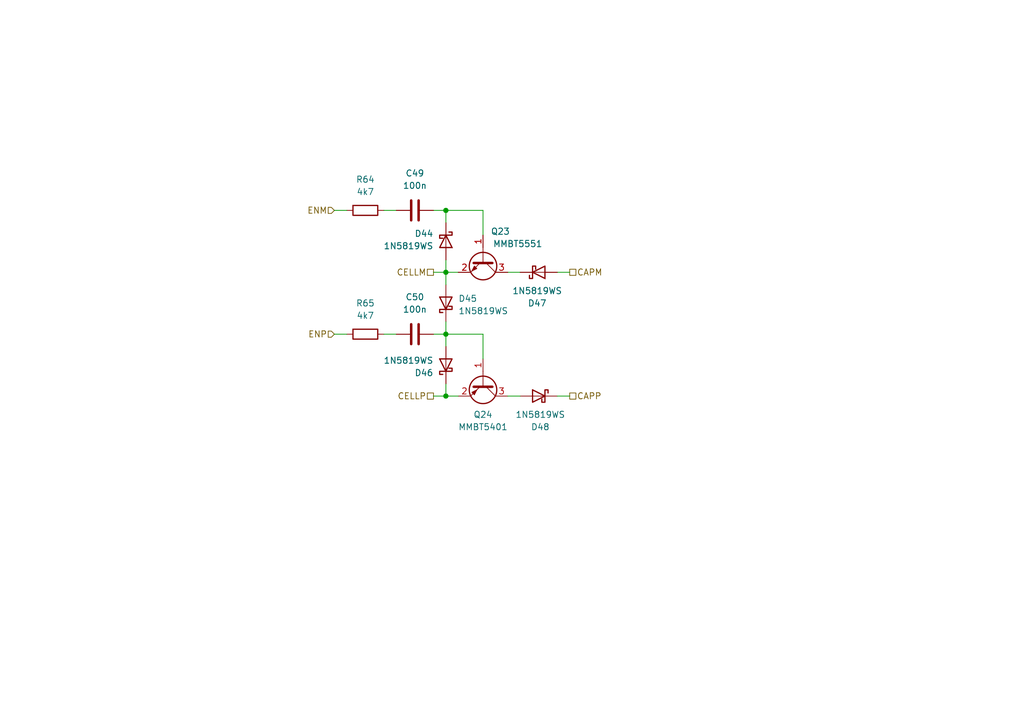
<source format=kicad_sch>
(kicad_sch (version 20250114) (generator "eeschema") (generator_version "9.0")
  (paper "A5")
  (lib_symbols
    (symbol "Device:C" (pin_numbers (hide yes)) (pin_names (offset 0.254))
      (property "Reference" "C" (at 0.635 2.54 0))
      (property "Value" "C" (at 0.635 -2.54 0))
      (symbol "C_0_1"
        (polyline (pts (xy -2.032 0.762) (xy 2.032 0.762)) (stroke (width 0.508)))
        (polyline (pts (xy -2.032 -0.762) (xy 2.032 -0.762)) (stroke (width 0.508)))
      )
      (symbol "C_1_1"
        (pin passive line (at 0 3.81 270) (length 2.794) (name "~") (number "1"))
        (pin passive line (at 0 -3.81 90) (length 2.794) (name "~") (number "2"))
      )
    )
    (symbol "Device:R" (pin_numbers (hide yes)) (pin_names (offset 0))
      (property "Reference" "R" (at 2.032 0 90))
      (property "Value" "R" (at 0 0 90))
      (symbol "R_0_1"
        (rectangle (start -1.016 -2.54) (end 1.016 2.54) (stroke (width 0.254)))
      )
      (symbol "R_1_1"
        (pin passive line (at 0 3.81 270) (length 1.27) (name "~") (number "1"))
        (pin passive line (at 0 -3.81 90) (length 1.27) (name "~") (number "2"))
      )
    )
    (symbol "Diode:1N5819WS" (pin_numbers (hide yes)) (pin_names (offset 1.016) (hide yes))
      (property "Reference" "D" (at 0 2.54 0))
      (property "Value" "1N5819WS" (at 0 -2.54 0))
      (symbol "1N5819WS_0_1"
        (polyline (pts (xy -1.905 0.635) (xy -1.905 1.27) (xy -1.27 1.27) (xy -1.27 -1.27) (xy -0.635 -1.27) (xy -0.635 -0.635)) (stroke (width 0.254)))
        (polyline (pts (xy 1.27 1.27) (xy 1.27 -1.27) (xy -1.27 0) (xy 1.27 1.27)) (stroke (width 0.254)))
        (polyline (pts (xy 1.27 0) (xy -1.27 0)))
      )
      (symbol "1N5819WS_1_1"
        (pin passive line (at -3.81 0 0) (length 2.54) (name "K") (number "1"))
        (pin passive line (at 3.81 0 180) (length 2.54) (name "A") (number "2"))
      )
    )
    (symbol "Transistor_BJT:Q_NPN_BEC" (pin_names (offset 0) (hide yes))
      (property "Reference" "Q" (at 5.08 1.27 0))
      (property "Value" "Q_NPN_BEC" (at 5.08 -1.27 0))
      (symbol "Q_NPN_BEC_0_1"
        (polyline (pts (xy -2.54 0) (xy 0.635 0)))
        (polyline (pts (xy 0.635 1.905) (xy 0.635 -1.905)) (stroke (width 0.508)))
        (circle (center 1.27 0) (radius 2.8194) (stroke (width 0.254)))
      )
      (symbol "Q_NPN_BEC_1_1"
        (polyline (pts (xy 0.635 0.635) (xy 2.54 2.54)))
        (polyline (pts (xy 0.635 -0.635) (xy 2.54 -2.54)))
        (polyline (pts (xy 1.27 -1.778) (xy 1.778 -1.27) (xy 2.286 -2.286) (xy 1.27 -1.778)) (fill (type outline)))
        (pin input line (at -5.08 0 0) (length 2.54) (name "B") (number "1"))
        (pin passive line (at 2.54 5.08 270) (length 2.54) (name "C") (number "3"))
        (pin passive line (at 2.54 -5.08 90) (length 2.54) (name "E") (number "2"))
      )
    )
    (symbol "Transistor_BJT:Q_PNP_BEC" (pin_names (offset 0) (hide yes))
      (property "Reference" "Q" (at 5.08 1.27 0))
      (property "Value" "Q_PNP_BEC" (at 5.08 -1.27 0))
      (symbol "Q_PNP_BEC_0_1"
        (polyline (pts (xy -2.54 0) (xy 0.635 0)))
        (polyline (pts (xy 0.635 1.905) (xy 0.635 -1.905)) (stroke (width 0.508)))
        (polyline (pts (xy 0.635 0.635) (xy 2.54 2.54)))
        (polyline (pts (xy 0.635 -0.635) (xy 2.54 -2.54)))
        (circle (center 1.27 0) (radius 2.8194) (stroke (width 0.254)))
        (polyline (pts (xy 2.286 -1.778) (xy 1.778 -2.286) (xy 1.27 -1.27) (xy 2.286 -1.778)) (fill (type outline)))
      )
      (symbol "Q_PNP_BEC_1_1"
        (pin input line (at -5.08 0 0) (length 2.54) (name "B") (number "1"))
        (pin passive line (at 2.54 5.08 270) (length 2.54) (name "C") (number "3"))
        (pin passive line (at 2.54 -5.08 90) (length 2.54) (name "E") (number "2"))
      )
    )
  )
  (junction (at 91.44 68.58))
  (junction (at 91.44 81.28))
  (junction (at 91.44 55.88))
  (junction (at 91.44 43.18))
  (wire (pts (xy 93.98 55.88) (xy 91.44 55.88)))
  (wire (pts (xy 91.44 55.88) (xy 91.44 53.34)))
  (wire (pts (xy 114.3 81.28) (xy 116.84 81.28)))
  (wire (pts (xy 91.44 43.18) (xy 99.06 43.18)))
  (wire (pts (xy 78.74 68.58) (xy 81.28 68.58)))
  (wire (pts (xy 104.14 55.88) (xy 106.68 55.88)))
  (wire (pts (xy 88.9 68.58) (xy 91.44 68.58)))
  (wire (pts (xy 88.9 43.18) (xy 91.44 43.18)))
  (wire (pts (xy 68.58 68.58) (xy 71.12 68.58)))
  (wire (pts (xy 91.44 55.88) (xy 91.44 58.42)))
  (wire (pts (xy 78.74 43.18) (xy 81.28 43.18)))
  (wire (pts (xy 91.44 81.28) (xy 93.98 81.28)))
  (wire (pts (xy 91.44 78.74) (xy 91.44 81.28)))
  (wire (pts (xy 91.44 66.04) (xy 91.44 68.58)))
  (wire (pts (xy 88.9 55.88) (xy 91.44 55.88)))
  (wire (pts (xy 68.58 43.18) (xy 71.12 43.18)))
  (wire (pts (xy 104.14 81.28) (xy 106.68 81.28)))
  (wire (pts (xy 114.3 55.88) (xy 116.84 55.88)))
  (wire (pts (xy 91.44 68.58) (xy 99.06 68.58)))
  (wire (pts (xy 91.44 45.72) (xy 91.44 43.18)))
  (wire (pts (xy 88.9 81.28) (xy 91.44 81.28)))
  (wire (pts (xy 91.44 71.12) (xy 91.44 68.58)))
  (wire (pts (xy 99.06 43.18) (xy 99.06 48.26)))
  (wire (pts (xy 99.06 68.58) (xy 99.06 73.66)))
  (hierarchical_label "CELLP" (shape passive) (at 88.9 81.28 180))
  (hierarchical_label "CAPP" (shape passive) (at 116.84 81.28 0))
  (hierarchical_label "CELLM" (shape passive) (at 88.9 55.88 180))
  (hierarchical_label "ENP" (shape input) (at 68.58 68.58 180))
  (hierarchical_label "ENM" (shape input) (at 68.58 43.18 180))
  (hierarchical_label "CAPM" (shape passive) (at 116.84 55.88 0))
  (symbol (lib_id "Diode:1N5819WS") (at 91.44 74.93 90) (unit 1)
    (property "Reference" "D?" (at 88.9 76.5176 90) (effects (justify left)))
    (property "Value" "1N5819WS" (at 88.9 73.9776 90) (effects (justify left)))
    (property "Footprint" "Diode_SMD:D_SOD-323" (effects (hide yes)))
    (property "Datasheet" "https://datasheet.lcsc.com/lcsc/2204281430_Guangdong-Hottech-1N5819WS_C191023.pdf" (effects (hide yes)))
    (property "Description" "40V 600mV@1A 1A SOD-323 Schottky Barrier Diodes, SOD-323" (effects (hide yes)))
    (property "LCSC" "C191023" (effects (hide yes)))
    (instances (project "battery-pack" (path "" (reference "D46") (unit 1)) (path "" (reference "D94") (unit 1)) (path "" (reference "D22") (unit 1)) (path "" (reference "D89") (unit 1)) (path "" (reference "D40") (unit 1)) (path "" (reference "D84") (unit 1)) (path "" (reference "D?") (unit 1)) (path "" (reference "D58") (unit 1)) (path "" (reference "D4") (unit 1)) (path "" (reference "D70") (unit 1)) (path "" (reference "D10") (unit 1)) (path "" (reference "D29") (unit 1)) (path "" (reference "D64") (unit 1)) (path "" (reference "D52") (unit 1)) (path "" (reference "D16") (unit 1)) (path "" (reference "D79") (unit 1))))
  )
  (symbol (lib_id "Diode:1N5819WS") (at 110.49 55.88 0) (mirror x) (unit 1)
    (property "Reference" "D?" (at 110.1725 62.23 0))
    (property "Value" "1N5819WS" (at 110.1725 59.69 0))
    (property "Footprint" "Diode_SMD:D_SOD-323" (effects (hide yes)))
    (property "Datasheet" "https://datasheet.lcsc.com/lcsc/2204281430_Guangdong-Hottech-1N5819WS_C191023.pdf" (effects (hide yes)))
    (property "Description" "40V 600mV@1A 1A SOD-323 Schottky Barrier Diodes, SOD-323" (effects (hide yes)))
    (property "LCSC" "C191023" (effects (hide yes)))
    (instances (project "battery-pack" (path "" (reference "D47") (unit 1)) (path "" (reference "D95") (unit 1)) (path "" (reference "D23") (unit 1)) (path "" (reference "D90") (unit 1)) (path "" (reference "D41") (unit 1)) (path "" (reference "D85") (unit 1)) (path "" (reference "D?") (unit 1)) (path "" (reference "D59") (unit 1)) (path "" (reference "D5") (unit 1)) (path "" (reference "D71") (unit 1)) (path "" (reference "D11") (unit 1)) (path "" (reference "D35") (unit 1)) (path "" (reference "D65") (unit 1)) (path "" (reference "D53") (unit 1)) (path "" (reference "D17") (unit 1)) (path "" (reference "D80") (unit 1))))
  )
  (symbol (lib_id "Transistor_BJT:Q_NPN_BEC") (at 99.06 53.34 270) (unit 1)
    (property "Reference" "Q?" (at 102.616 47.498 90))
    (property "Value" "MMBT5551" (at 106.172 50.038 90))
    (property "Footprint" "Package_TO_SOT_SMD:SOT-23" (effects (hide yes)))
    (property "Description" "NPN transistor, base/emitter/collector" (effects (hide yes)))
    (property "LCSC" "C2145" (effects (hide yes)))
    (instances (project "battery-pack" (path "" (reference "Q23") (unit 1)) (path "" (reference "Q47") (unit 1)) (path "" (reference "Q11") (unit 1)) (path "" (reference "Q45") (unit 1)) (path "" (reference "Q20") (unit 1)) (path "" (reference "Q43") (unit 1)) (path "" (reference "Q?") (unit 1)) (path "" (reference "Q29") (unit 1)) (path "" (reference "Q2") (unit 1)) (path "" (reference "Q35") (unit 1)) (path "" (reference "Q5") (unit 1)) (path "" (reference "Q17") (unit 1)) (path "" (reference "Q32") (unit 1)) (path "" (reference "Q26") (unit 1)) (path "" (reference "Q8") (unit 1)) (path "" (reference "Q41") (unit 1))))
  )
  (symbol (lib_id "Device:R") (at 74.93 68.58 90) (unit 1)
    (property "Reference" "R35" (at 74.93 62.23 90))
    (property "Value" "4k7" (at 74.93 64.77 90))
    (property "Footprint" "Resistor_SMD:R_0402_1005Metric" (effects (hide yes)))
    (property "Description" "Resistor" (effects (hide yes)))
    (property "LCSC" "C25900" (effects (hide yes)))
    (instances (project "battery-pack" (path "" (reference "R65") (unit 1)) (path "" (reference "R113") (unit 1)) (path "" (reference "R85") (unit 1)) (path "" (reference "R111") (unit 1)) (path "" (reference "R61") (unit 1)) (path "" (reference "R109") (unit 1)) (path "" (reference "R35") (unit 1)) (path "" (reference "R89") (unit 1)) (path "" (reference "R25") (unit 1)) (path "" (reference "R97") (unit 1)) (path "" (reference "R31") (unit 1)) (path "" (reference "R57") (unit 1)) (path "" (reference "R93") (unit 1)) (path "" (reference "R69") (unit 1)) (path "" (reference "R41") (unit 1)) (path "" (reference "R107") (unit 1))))
  )
  (symbol (lib_id "Device:R") (at 74.93 43.18 90) (unit 1)
    (property "Reference" "R?" (at 74.93 36.83 90))
    (property "Value" "4k7" (at 74.93 39.37 90))
    (property "Footprint" "Resistor_SMD:R_0402_1005Metric" (effects (hide yes)))
    (property "Description" "Resistor" (effects (hide yes)))
    (property "LCSC" "C25900" (effects (hide yes)))
    (instances (project "battery-pack" (path "" (reference "R64") (unit 1)) (path "" (reference "R112") (unit 1)) (path "" (reference "R84") (unit 1)) (path "" (reference "R110") (unit 1)) (path "" (reference "R60") (unit 1)) (path "" (reference "R108") (unit 1)) (path "" (reference "R?") (unit 1)) (path "" (reference "R88") (unit 1)) (path "" (reference "R24") (unit 1)) (path "" (reference "R96") (unit 1)) (path "" (reference "R30") (unit 1)) (path "" (reference "R56") (unit 1)) (path "" (reference "R92") (unit 1)) (path "" (reference "R68") (unit 1)) (path "" (reference "R40") (unit 1)) (path "" (reference "R106") (unit 1))))
  )
  (symbol (lib_id "Transistor_BJT:Q_PNP_BEC") (at 99.06 78.74 270) (unit 1)
    (property "Reference" "Q?" (at 99.06 85.09 90))
    (property "Value" "MMBT5401" (at 99.06 87.63 90))
    (property "Footprint" "Package_TO_SOT_SMD:SOT-23" (effects (hide yes)))
    (property "Description" "PNP transistor, base/emitter/collector" (effects (hide yes)))
    (property "LCSC" "C8326" (effects (hide yes)))
    (instances (project "battery-pack" (path "" (reference "Q24") (unit 1)) (path "" (reference "Q48") (unit 1)) (path "" (reference "Q12") (unit 1)) (path "" (reference "Q46") (unit 1)) (path "" (reference "Q21") (unit 1)) (path "" (reference "Q44") (unit 1)) (path "" (reference "Q?") (unit 1)) (path "" (reference "Q30") (unit 1)) (path "" (reference "Q3") (unit 1)) (path "" (reference "Q36") (unit 1)) (path "" (reference "Q6") (unit 1)) (path "" (reference "Q18") (unit 1)) (path "" (reference "Q33") (unit 1)) (path "" (reference "Q27") (unit 1)) (path "" (reference "Q9") (unit 1)) (path "" (reference "Q42") (unit 1))))
  )
  (symbol (lib_id "Diode:1N5819WS") (at 110.49 81.28 0) (mirror y) (unit 1)
    (property "Reference" "D?" (at 110.8075 87.63 0))
    (property "Value" "1N5819WS" (at 110.8075 85.09 0))
    (property "Footprint" "Diode_SMD:D_SOD-323" (effects (hide yes)))
    (property "Datasheet" "https://datasheet.lcsc.com/lcsc/2204281430_Guangdong-Hottech-1N5819WS_C191023.pdf" (effects (hide yes)))
    (property "Description" "40V 600mV@1A 1A SOD-323 Schottky Barrier Diodes, SOD-323" (effects (hide yes)))
    (property "LCSC" "C191023" (effects (hide yes)))
    (instances (project "battery-pack" (path "" (reference "D48") (unit 1)) (path "" (reference "D96") (unit 1)) (path "" (reference "D24") (unit 1)) (path "" (reference "D91") (unit 1)) (path "" (reference "D42") (unit 1)) (path "" (reference "D86") (unit 1)) (path "" (reference "D?") (unit 1)) (path "" (reference "D60") (unit 1)) (path "" (reference "D6") (unit 1)) (path "" (reference "D72") (unit 1)) (path "" (reference "D12") (unit 1)) (path "" (reference "D36") (unit 1)) (path "" (reference "D66") (unit 1)) (path "" (reference "D54") (unit 1)) (path "" (reference "D18") (unit 1)) (path "" (reference "D81") (unit 1))))
  )
  (symbol (lib_id "Device:C") (at 85.09 43.18 90) (unit 1)
    (property "Reference" "C?" (at 85.09 35.56 90))
    (property "Value" "100n" (at 85.09 38.1 90))
    (property "Footprint" "Capacitor_SMD:C_0805_2012Metric" (effects (hide yes)))
    (property "Description" "Unpolarized capacitor" (effects (hide yes)))
    (property "LCSC" "C28233" (effects (hide yes)))
    (instances (project "battery-pack" (path "" (reference "C49") (unit 1)) (path "" (reference "C81") (unit 1)) (path "" (reference "C60") (unit 1)) (path "" (reference "C79") (unit 1)) (path "" (reference "C46") (unit 1)) (path "" (reference "C77") (unit 1)) (path "" (reference "C?") (unit 1)) (path "" (reference "C63") (unit 1)) (path "" (reference "C21") (unit 1)) (path "" (reference "C69") (unit 1)) (path "" (reference "C25") (unit 1)) (path "" (reference "C43") (unit 1)) (path "" (reference "C66") (unit 1)) (path "" (reference "C52") (unit 1)) (path "" (reference "C29") (unit 1)) (path "" (reference "C75") (unit 1))))
  )
  (symbol (lib_id "Device:C") (at 85.09 68.58 90) (unit 1)
    (property "Reference" "C?" (at 85.09 60.96 90))
    (property "Value" "100n" (at 85.09 63.5 90))
    (property "Footprint" "Capacitor_SMD:C_0805_2012Metric" (effects (hide yes)))
    (property "Description" "Unpolarized capacitor" (effects (hide yes)))
    (property "LCSC" "C28233" (effects (hide yes)))
    (instances (project "battery-pack" (path "" (reference "C50") (unit 1)) (path "" (reference "C82") (unit 1)) (path "" (reference "C61") (unit 1)) (path "" (reference "C80") (unit 1)) (path "" (reference "C47") (unit 1)) (path "" (reference "C78") (unit 1)) (path "" (reference "C?") (unit 1)) (path "" (reference "C64") (unit 1)) (path "" (reference "C22") (unit 1)) (path "" (reference "C70") (unit 1)) (path "" (reference "C26") (unit 1)) (path "" (reference "C44") (unit 1)) (path "" (reference "C67") (unit 1)) (path "" (reference "C53") (unit 1)) (path "" (reference "C31") (unit 1)) (path "" (reference "C76") (unit 1))))
  )
  (symbol (lib_id "Diode:1N5819WS") (at 91.44 49.53 270) (unit 1)
    (property "Reference" "D?" (at 88.9 47.9424 90) (effects (justify right)))
    (property "Value" "1N5819WS" (at 88.9 50.4824 90) (effects (justify right)))
    (property "Footprint" "Diode_SMD:D_SOD-323" (effects (hide yes)))
    (property "Datasheet" "https://datasheet.lcsc.com/lcsc/2204281430_Guangdong-Hottech-1N5819WS_C191023.pdf" (effects (hide yes)))
    (property "Description" "40V 600mV@1A 1A SOD-323 Schottky Barrier Diodes, SOD-323" (effects (hide yes)))
    (property "LCSC" "C191023" (effects (hide yes)))
    (instances (project "battery-pack" (path "" (reference "D44") (unit 1)) (path "" (reference "D92") (unit 1)) (path "" (reference "D20") (unit 1)) (path "" (reference "D87") (unit 1)) (path "" (reference "D38") (unit 1)) (path "" (reference "D82") (unit 1)) (path "" (reference "D?") (unit 1)) (path "" (reference "D56") (unit 1)) (path "" (reference "D2") (unit 1)) (path "" (reference "D68") (unit 1)) (path "" (reference "D8") (unit 1)) (path "" (reference "D26") (unit 1)) (path "" (reference "D62") (unit 1)) (path "" (reference "D50") (unit 1)) (path "" (reference "D14") (unit 1)) (path "" (reference "D77") (unit 1))))
  )
  (symbol (lib_id "Diode:1N5819WS") (at 91.44 62.23 90) (unit 1)
    (property "Reference" "D?" (at 93.98 61.2774 90) (effects (justify right)))
    (property "Value" "1N5819WS" (at 93.98 63.8174 90) (effects (justify right)))
    (property "Footprint" "Diode_SMD:D_SOD-323" (effects (hide yes)))
    (property "Datasheet" "https://datasheet.lcsc.com/lcsc/2204281430_Guangdong-Hottech-1N5819WS_C191023.pdf" (effects (hide yes)))
    (property "Description" "40V 600mV@1A 1A SOD-323 Schottky Barrier Diodes, SOD-323" (effects (hide yes)))
    (property "LCSC" "C191023" (effects (hide yes)))
    (instances (project "battery-pack" (path "" (reference "D45") (unit 1)) (path "" (reference "D93") (unit 1)) (path "" (reference "D21") (unit 1)) (path "" (reference "D88") (unit 1)) (path "" (reference "D39") (unit 1)) (path "" (reference "D83") (unit 1)) (path "" (reference "D?") (unit 1)) (path "" (reference "D57") (unit 1)) (path "" (reference "D3") (unit 1)) (path "" (reference "D69") (unit 1)) (path "" (reference "D9") (unit 1)) (path "" (reference "D28") (unit 1)) (path "" (reference "D63") (unit 1)) (path "" (reference "D51") (unit 1)) (path "" (reference "D15") (unit 1)) (path "" (reference "D78") (unit 1))))
  )
)
</source>
